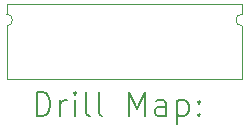
<source format=gbr>
%TF.GenerationSoftware,KiCad,Pcbnew,7.0.9*%
%TF.CreationDate,2024-04-15T16:09:05-07:00*%
%TF.ProjectId,CANBUSswitch,43414e42-5553-4737-9769-7463682e6b69,rev?*%
%TF.SameCoordinates,Original*%
%TF.FileFunction,Drillmap*%
%TF.FilePolarity,Positive*%
%FSLAX45Y45*%
G04 Gerber Fmt 4.5, Leading zero omitted, Abs format (unit mm)*
G04 Created by KiCad (PCBNEW 7.0.9) date 2024-04-15 16:09:05*
%MOMM*%
%LPD*%
G01*
G04 APERTURE LIST*
%ADD10C,0.100000*%
%ADD11C,0.200000*%
G04 APERTURE END LIST*
D10*
X18161000Y-3644900D02*
X20154900Y-3644900D01*
X20154900Y-3733800D02*
G75*
G03*
X20154900Y-3835400I0J-50800D01*
G01*
X20154900Y-3644900D02*
X20154900Y-3733800D01*
X20154900Y-4279900D02*
X18669000Y-4279900D01*
X18161000Y-4279900D02*
X18161000Y-3835400D01*
X18669000Y-4279900D02*
X18161000Y-4279900D01*
X18161000Y-3835400D02*
G75*
G03*
X18161000Y-3733800I0J50800D01*
G01*
X18161000Y-3733800D02*
X18161000Y-3644900D01*
X20154900Y-3835400D02*
X20154900Y-4279900D01*
D11*
X18416777Y-4596384D02*
X18416777Y-4396384D01*
X18416777Y-4396384D02*
X18464396Y-4396384D01*
X18464396Y-4396384D02*
X18492967Y-4405908D01*
X18492967Y-4405908D02*
X18512015Y-4424955D01*
X18512015Y-4424955D02*
X18521539Y-4444003D01*
X18521539Y-4444003D02*
X18531063Y-4482098D01*
X18531063Y-4482098D02*
X18531063Y-4510670D01*
X18531063Y-4510670D02*
X18521539Y-4548765D01*
X18521539Y-4548765D02*
X18512015Y-4567812D01*
X18512015Y-4567812D02*
X18492967Y-4586860D01*
X18492967Y-4586860D02*
X18464396Y-4596384D01*
X18464396Y-4596384D02*
X18416777Y-4596384D01*
X18616777Y-4596384D02*
X18616777Y-4463050D01*
X18616777Y-4501146D02*
X18626301Y-4482098D01*
X18626301Y-4482098D02*
X18635824Y-4472574D01*
X18635824Y-4472574D02*
X18654872Y-4463050D01*
X18654872Y-4463050D02*
X18673920Y-4463050D01*
X18740586Y-4596384D02*
X18740586Y-4463050D01*
X18740586Y-4396384D02*
X18731063Y-4405908D01*
X18731063Y-4405908D02*
X18740586Y-4415431D01*
X18740586Y-4415431D02*
X18750110Y-4405908D01*
X18750110Y-4405908D02*
X18740586Y-4396384D01*
X18740586Y-4396384D02*
X18740586Y-4415431D01*
X18864396Y-4596384D02*
X18845348Y-4586860D01*
X18845348Y-4586860D02*
X18835824Y-4567812D01*
X18835824Y-4567812D02*
X18835824Y-4396384D01*
X18969158Y-4596384D02*
X18950110Y-4586860D01*
X18950110Y-4586860D02*
X18940586Y-4567812D01*
X18940586Y-4567812D02*
X18940586Y-4396384D01*
X19197729Y-4596384D02*
X19197729Y-4396384D01*
X19197729Y-4396384D02*
X19264396Y-4539241D01*
X19264396Y-4539241D02*
X19331063Y-4396384D01*
X19331063Y-4396384D02*
X19331063Y-4596384D01*
X19512015Y-4596384D02*
X19512015Y-4491622D01*
X19512015Y-4491622D02*
X19502491Y-4472574D01*
X19502491Y-4472574D02*
X19483444Y-4463050D01*
X19483444Y-4463050D02*
X19445348Y-4463050D01*
X19445348Y-4463050D02*
X19426301Y-4472574D01*
X19512015Y-4586860D02*
X19492967Y-4596384D01*
X19492967Y-4596384D02*
X19445348Y-4596384D01*
X19445348Y-4596384D02*
X19426301Y-4586860D01*
X19426301Y-4586860D02*
X19416777Y-4567812D01*
X19416777Y-4567812D02*
X19416777Y-4548765D01*
X19416777Y-4548765D02*
X19426301Y-4529717D01*
X19426301Y-4529717D02*
X19445348Y-4520193D01*
X19445348Y-4520193D02*
X19492967Y-4520193D01*
X19492967Y-4520193D02*
X19512015Y-4510670D01*
X19607253Y-4463050D02*
X19607253Y-4663050D01*
X19607253Y-4472574D02*
X19626301Y-4463050D01*
X19626301Y-4463050D02*
X19664396Y-4463050D01*
X19664396Y-4463050D02*
X19683444Y-4472574D01*
X19683444Y-4472574D02*
X19692967Y-4482098D01*
X19692967Y-4482098D02*
X19702491Y-4501146D01*
X19702491Y-4501146D02*
X19702491Y-4558289D01*
X19702491Y-4558289D02*
X19692967Y-4577336D01*
X19692967Y-4577336D02*
X19683444Y-4586860D01*
X19683444Y-4586860D02*
X19664396Y-4596384D01*
X19664396Y-4596384D02*
X19626301Y-4596384D01*
X19626301Y-4596384D02*
X19607253Y-4586860D01*
X19788205Y-4577336D02*
X19797729Y-4586860D01*
X19797729Y-4586860D02*
X19788205Y-4596384D01*
X19788205Y-4596384D02*
X19778682Y-4586860D01*
X19778682Y-4586860D02*
X19788205Y-4577336D01*
X19788205Y-4577336D02*
X19788205Y-4596384D01*
X19788205Y-4472574D02*
X19797729Y-4482098D01*
X19797729Y-4482098D02*
X19788205Y-4491622D01*
X19788205Y-4491622D02*
X19778682Y-4482098D01*
X19778682Y-4482098D02*
X19788205Y-4472574D01*
X19788205Y-4472574D02*
X19788205Y-4491622D01*
M02*

</source>
